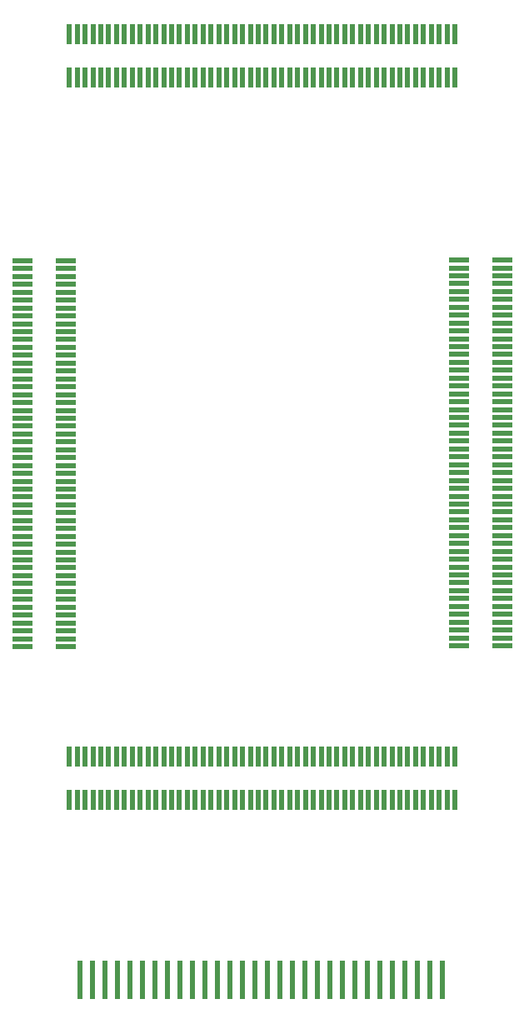
<source format=gbr>
%TF.GenerationSoftware,KiCad,Pcbnew,5.0.0*%
%TF.CreationDate,2018-07-30T20:43:33-05:00*%
%TF.ProjectId,breakout,627265616B6F75742E6B696361645F70,rev?*%
%TF.SameCoordinates,Original*%
%TF.FileFunction,Paste,Top*%
%TF.FilePolarity,Positive*%
%FSLAX46Y46*%
G04 Gerber Fmt 4.6, Leading zero omitted, Abs format (unit mm)*
G04 Created by KiCad (PCBNEW 5.0.0) date Mon Jul 30 20:43:33 2018*
%MOMM*%
%LPD*%
G01*
G04 APERTURE LIST*
%ADD10R,2.000000X0.500000*%
%ADD11R,0.500000X2.000000*%
%ADD12R,0.560000X4.000000*%
G04 APERTURE END LIST*
D10*
X145024200Y-94446000D03*
X140624200Y-94446000D03*
X145024200Y-95246000D03*
X140624200Y-95246000D03*
X145024200Y-96046000D03*
X140624200Y-96046000D03*
X145024200Y-96846000D03*
X140624200Y-96846000D03*
X145024200Y-97646000D03*
X140624200Y-97646000D03*
X145024200Y-98446000D03*
X140624200Y-98446000D03*
X145024200Y-99246000D03*
X140624200Y-99246000D03*
X145024200Y-100046000D03*
X140624200Y-100046000D03*
X145024200Y-100846000D03*
X140624200Y-100846000D03*
X145024200Y-101646000D03*
X140624200Y-101646000D03*
X145024200Y-102446000D03*
X140624200Y-102446000D03*
X145024200Y-103246000D03*
X140624200Y-103246000D03*
X145024200Y-104046000D03*
X140624200Y-104046000D03*
X145024200Y-104846000D03*
X140624200Y-104846000D03*
X145024200Y-105646000D03*
X140624200Y-105646000D03*
X145024200Y-106446000D03*
X140624200Y-106446000D03*
X145024200Y-107246000D03*
X140624200Y-107246000D03*
X145024200Y-108046000D03*
X140624200Y-108046000D03*
X145024200Y-108846000D03*
X140624200Y-108846000D03*
X145024200Y-109646000D03*
X140624200Y-109646000D03*
X145024200Y-110446000D03*
X140624200Y-110446000D03*
X145024200Y-111246000D03*
X140624200Y-111246000D03*
X145024200Y-112046000D03*
X140624200Y-112046000D03*
X145024200Y-112846000D03*
X140624200Y-112846000D03*
X145024200Y-113646000D03*
X140624200Y-113646000D03*
X145024200Y-114446000D03*
X140624200Y-114446000D03*
X145024200Y-115246000D03*
X140624200Y-115246000D03*
X145024200Y-116046000D03*
X140624200Y-116046000D03*
X145024200Y-116846000D03*
X140624200Y-116846000D03*
X145024200Y-117646000D03*
X140624200Y-117646000D03*
X145024200Y-118446000D03*
X140624200Y-118446000D03*
X145024200Y-119246000D03*
X140624200Y-119246000D03*
X145024200Y-120046000D03*
X140624200Y-120046000D03*
X145024200Y-120846000D03*
X140624200Y-120846000D03*
X145024200Y-121646000D03*
X140624200Y-121646000D03*
X145024200Y-122446000D03*
X140624200Y-122446000D03*
X145024200Y-123246000D03*
X140624200Y-123246000D03*
X145024200Y-124046000D03*
X140624200Y-124046000D03*
X145024200Y-124846000D03*
X140624200Y-124846000D03*
X145024200Y-125646000D03*
X140624200Y-125646000D03*
X145024200Y-126446000D03*
X140624200Y-126446000D03*
X145024200Y-127246000D03*
X140624200Y-127246000D03*
X145024200Y-128046000D03*
X140624200Y-128046000D03*
X145024200Y-128846000D03*
X140624200Y-128846000D03*
X145024200Y-129646000D03*
X140624200Y-129646000D03*
X145024200Y-130446000D03*
X140624200Y-130446000D03*
X145024200Y-131246000D03*
X140624200Y-131246000D03*
X145024200Y-132046000D03*
X140624200Y-132046000D03*
X145024200Y-132846000D03*
X140624200Y-132846000D03*
X145024200Y-133646000D03*
X140624200Y-133646000D03*
X100675800Y-94522200D03*
X96275800Y-94522200D03*
X100675800Y-95322200D03*
X96275800Y-95322200D03*
X100675800Y-96122200D03*
X96275800Y-96122200D03*
X100675800Y-96922200D03*
X96275800Y-96922200D03*
X100675800Y-97722200D03*
X96275800Y-97722200D03*
X100675800Y-98522200D03*
X96275800Y-98522200D03*
X100675800Y-99322200D03*
X96275800Y-99322200D03*
X100675800Y-100122200D03*
X96275800Y-100122200D03*
X100675800Y-100922200D03*
X96275800Y-100922200D03*
X100675800Y-101722200D03*
X96275800Y-101722200D03*
X100675800Y-102522200D03*
X96275800Y-102522200D03*
X100675800Y-103322200D03*
X96275800Y-103322200D03*
X100675800Y-104122200D03*
X96275800Y-104122200D03*
X100675800Y-104922200D03*
X96275800Y-104922200D03*
X100675800Y-105722200D03*
X96275800Y-105722200D03*
X100675800Y-106522200D03*
X96275800Y-106522200D03*
X100675800Y-107322200D03*
X96275800Y-107322200D03*
X100675800Y-108122200D03*
X96275800Y-108122200D03*
X100675800Y-108922200D03*
X96275800Y-108922200D03*
X100675800Y-109722200D03*
X96275800Y-109722200D03*
X100675800Y-110522200D03*
X96275800Y-110522200D03*
X100675800Y-111322200D03*
X96275800Y-111322200D03*
X100675800Y-112122200D03*
X96275800Y-112122200D03*
X100675800Y-112922200D03*
X96275800Y-112922200D03*
X100675800Y-113722200D03*
X96275800Y-113722200D03*
X100675800Y-114522200D03*
X96275800Y-114522200D03*
X100675800Y-115322200D03*
X96275800Y-115322200D03*
X100675800Y-116122200D03*
X96275800Y-116122200D03*
X100675800Y-116922200D03*
X96275800Y-116922200D03*
X100675800Y-117722200D03*
X96275800Y-117722200D03*
X100675800Y-118522200D03*
X96275800Y-118522200D03*
X100675800Y-119322200D03*
X96275800Y-119322200D03*
X100675800Y-120122200D03*
X96275800Y-120122200D03*
X100675800Y-120922200D03*
X96275800Y-120922200D03*
X100675800Y-121722200D03*
X96275800Y-121722200D03*
X100675800Y-122522200D03*
X96275800Y-122522200D03*
X100675800Y-123322200D03*
X96275800Y-123322200D03*
X100675800Y-124122200D03*
X96275800Y-124122200D03*
X100675800Y-124922200D03*
X96275800Y-124922200D03*
X100675800Y-125722200D03*
X96275800Y-125722200D03*
X100675800Y-126522200D03*
X96275800Y-126522200D03*
X100675800Y-127322200D03*
X96275800Y-127322200D03*
X100675800Y-128122200D03*
X96275800Y-128122200D03*
X100675800Y-128922200D03*
X96275800Y-128922200D03*
X100675800Y-129722200D03*
X96275800Y-129722200D03*
X100675800Y-130522200D03*
X96275800Y-130522200D03*
X100675800Y-131322200D03*
X96275800Y-131322200D03*
X100675800Y-132122200D03*
X96275800Y-132122200D03*
X100675800Y-132922200D03*
X96275800Y-132922200D03*
X100675800Y-133722200D03*
X96275800Y-133722200D03*
D11*
X140250000Y-149266000D03*
X140250000Y-144866000D03*
X139450000Y-149266000D03*
X139450000Y-144866000D03*
X138650000Y-149266000D03*
X138650000Y-144866000D03*
X137850000Y-149266000D03*
X137850000Y-144866000D03*
X137050000Y-149266000D03*
X137050000Y-144866000D03*
X136250000Y-149266000D03*
X136250000Y-144866000D03*
X135450000Y-149266000D03*
X135450000Y-144866000D03*
X134650000Y-149266000D03*
X134650000Y-144866000D03*
X133850000Y-149266000D03*
X133850000Y-144866000D03*
X133050000Y-149266000D03*
X133050000Y-144866000D03*
X132250000Y-149266000D03*
X132250000Y-144866000D03*
X131450000Y-149266000D03*
X131450000Y-144866000D03*
X130650000Y-149266000D03*
X130650000Y-144866000D03*
X129850000Y-149266000D03*
X129850000Y-144866000D03*
X129050000Y-149266000D03*
X129050000Y-144866000D03*
X128250000Y-149266000D03*
X128250000Y-144866000D03*
X127450000Y-149266000D03*
X127450000Y-144866000D03*
X126650000Y-149266000D03*
X126650000Y-144866000D03*
X125850000Y-149266000D03*
X125850000Y-144866000D03*
X125050000Y-149266000D03*
X125050000Y-144866000D03*
X124250000Y-149266000D03*
X124250000Y-144866000D03*
X123450000Y-149266000D03*
X123450000Y-144866000D03*
X122650000Y-149266000D03*
X122650000Y-144866000D03*
X121850000Y-149266000D03*
X121850000Y-144866000D03*
X121050000Y-149266000D03*
X121050000Y-144866000D03*
X120250000Y-149266000D03*
X120250000Y-144866000D03*
X119450000Y-149266000D03*
X119450000Y-144866000D03*
X118650000Y-149266000D03*
X118650000Y-144866000D03*
X117850000Y-149266000D03*
X117850000Y-144866000D03*
X117050000Y-149266000D03*
X117050000Y-144866000D03*
X116250000Y-149266000D03*
X116250000Y-144866000D03*
X115450000Y-149266000D03*
X115450000Y-144866000D03*
X114650000Y-149266000D03*
X114650000Y-144866000D03*
X113850000Y-149266000D03*
X113850000Y-144866000D03*
X113050000Y-149266000D03*
X113050000Y-144866000D03*
X112250000Y-149266000D03*
X112250000Y-144866000D03*
X111450000Y-149266000D03*
X111450000Y-144866000D03*
X110650000Y-149266000D03*
X110650000Y-144866000D03*
X109850000Y-149266000D03*
X109850000Y-144866000D03*
X109050000Y-149266000D03*
X109050000Y-144866000D03*
X108250000Y-149266000D03*
X108250000Y-144866000D03*
X107450000Y-149266000D03*
X107450000Y-144866000D03*
X106650000Y-149266000D03*
X106650000Y-144866000D03*
X105850000Y-149266000D03*
X105850000Y-144866000D03*
X105050000Y-149266000D03*
X105050000Y-144866000D03*
X104250000Y-149266000D03*
X104250000Y-144866000D03*
X103450000Y-149266000D03*
X103450000Y-144866000D03*
X102650000Y-149266000D03*
X102650000Y-144866000D03*
X101850000Y-149266000D03*
X101850000Y-144866000D03*
X101050000Y-149266000D03*
X101050000Y-144866000D03*
X101050000Y-71460000D03*
X101050000Y-75860000D03*
X101850000Y-71460000D03*
X101850000Y-75860000D03*
X102650000Y-71460000D03*
X102650000Y-75860000D03*
X103450000Y-71460000D03*
X103450000Y-75860000D03*
X104250000Y-71460000D03*
X104250000Y-75860000D03*
X105050000Y-71460000D03*
X105050000Y-75860000D03*
X105850000Y-71460000D03*
X105850000Y-75860000D03*
X106650000Y-71460000D03*
X106650000Y-75860000D03*
X107450000Y-71460000D03*
X107450000Y-75860000D03*
X108250000Y-71460000D03*
X108250000Y-75860000D03*
X109050000Y-71460000D03*
X109050000Y-75860000D03*
X109850000Y-71460000D03*
X109850000Y-75860000D03*
X110650000Y-71460000D03*
X110650000Y-75860000D03*
X111450000Y-71460000D03*
X111450000Y-75860000D03*
X112250000Y-71460000D03*
X112250000Y-75860000D03*
X113050000Y-71460000D03*
X113050000Y-75860000D03*
X113850000Y-71460000D03*
X113850000Y-75860000D03*
X114650000Y-71460000D03*
X114650000Y-75860000D03*
X115450000Y-71460000D03*
X115450000Y-75860000D03*
X116250000Y-71460000D03*
X116250000Y-75860000D03*
X117050000Y-71460000D03*
X117050000Y-75860000D03*
X117850000Y-71460000D03*
X117850000Y-75860000D03*
X118650000Y-71460000D03*
X118650000Y-75860000D03*
X119450000Y-71460000D03*
X119450000Y-75860000D03*
X120250000Y-71460000D03*
X120250000Y-75860000D03*
X121050000Y-71460000D03*
X121050000Y-75860000D03*
X121850000Y-71460000D03*
X121850000Y-75860000D03*
X122650000Y-71460000D03*
X122650000Y-75860000D03*
X123450000Y-71460000D03*
X123450000Y-75860000D03*
X124250000Y-71460000D03*
X124250000Y-75860000D03*
X125050000Y-71460000D03*
X125050000Y-75860000D03*
X125850000Y-71460000D03*
X125850000Y-75860000D03*
X126650000Y-71460000D03*
X126650000Y-75860000D03*
X127450000Y-71460000D03*
X127450000Y-75860000D03*
X128250000Y-71460000D03*
X128250000Y-75860000D03*
X129050000Y-71460000D03*
X129050000Y-75860000D03*
X129850000Y-71460000D03*
X129850000Y-75860000D03*
X130650000Y-71460000D03*
X130650000Y-75860000D03*
X131450000Y-71460000D03*
X131450000Y-75860000D03*
X132250000Y-71460000D03*
X132250000Y-75860000D03*
X133050000Y-71460000D03*
X133050000Y-75860000D03*
X133850000Y-71460000D03*
X133850000Y-75860000D03*
X134650000Y-71460000D03*
X134650000Y-75860000D03*
X135450000Y-71460000D03*
X135450000Y-75860000D03*
X136250000Y-71460000D03*
X136250000Y-75860000D03*
X137050000Y-71460000D03*
X137050000Y-75860000D03*
X137850000Y-71460000D03*
X137850000Y-75860000D03*
X138650000Y-71460000D03*
X138650000Y-75860000D03*
X139450000Y-71460000D03*
X139450000Y-75860000D03*
X140250000Y-71460000D03*
X140250000Y-75860000D03*
D12*
X102168800Y-167600000D03*
X103438800Y-167600000D03*
X104708800Y-167600000D03*
X105978800Y-167600000D03*
X107248800Y-167600000D03*
X108518800Y-167600000D03*
X109788800Y-167600000D03*
X111058800Y-167600000D03*
X112328800Y-167600000D03*
X113598800Y-167600000D03*
X114868800Y-167600000D03*
X116138800Y-167600000D03*
X117408800Y-167600000D03*
X118678800Y-167600000D03*
X119948800Y-167600000D03*
X121218800Y-167600000D03*
X122488800Y-167600000D03*
X123758800Y-167600000D03*
X125028800Y-167600000D03*
X126298800Y-167600000D03*
X127568800Y-167600000D03*
X128838800Y-167600000D03*
X130108800Y-167600000D03*
X131378800Y-167600000D03*
X132648800Y-167600000D03*
X133918800Y-167600000D03*
X135188800Y-167600000D03*
X136458800Y-167600000D03*
X137728800Y-167600000D03*
X138998800Y-167600000D03*
M02*

</source>
